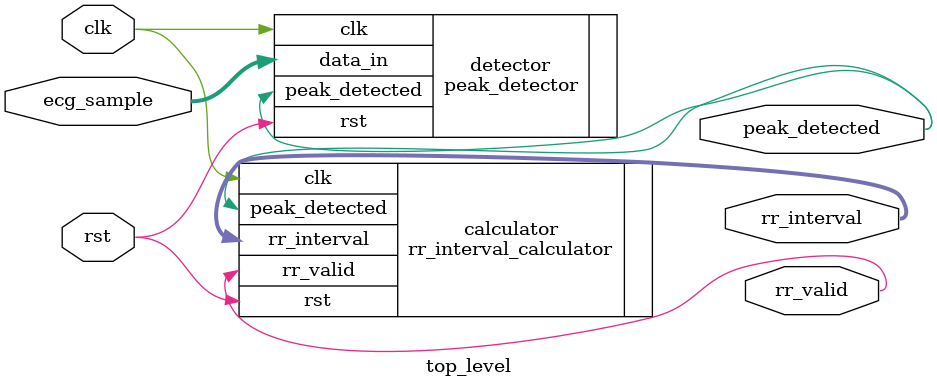
<source format=v>
`include "peak_detector.v"
`include "rr_interval_calculator.v"

module top_level(
    clk,
    rst,
    ecg_sample,
    peak_detected,
    rr_interval,
    rr_valid
);
    input clk;
    input rst;
    input [15:0] ecg_sample;
    output peak_detected;
    output [15:0] rr_interval;
    output rr_valid;

    wire peak_detected;

    peak_detector detector (
        .clk(clk),
        .rst(rst),
        .data_in(ecg_sample),
        .peak_detected(peak_detected)
    );
    
    rr_interval_calculator calculator (
        .clk(clk),
        .rst(rst),
        .peak_detected(peak_detected),
        .rr_interval(rr_interval),
        .rr_valid(rr_valid)
    );
endmodule
</source>
